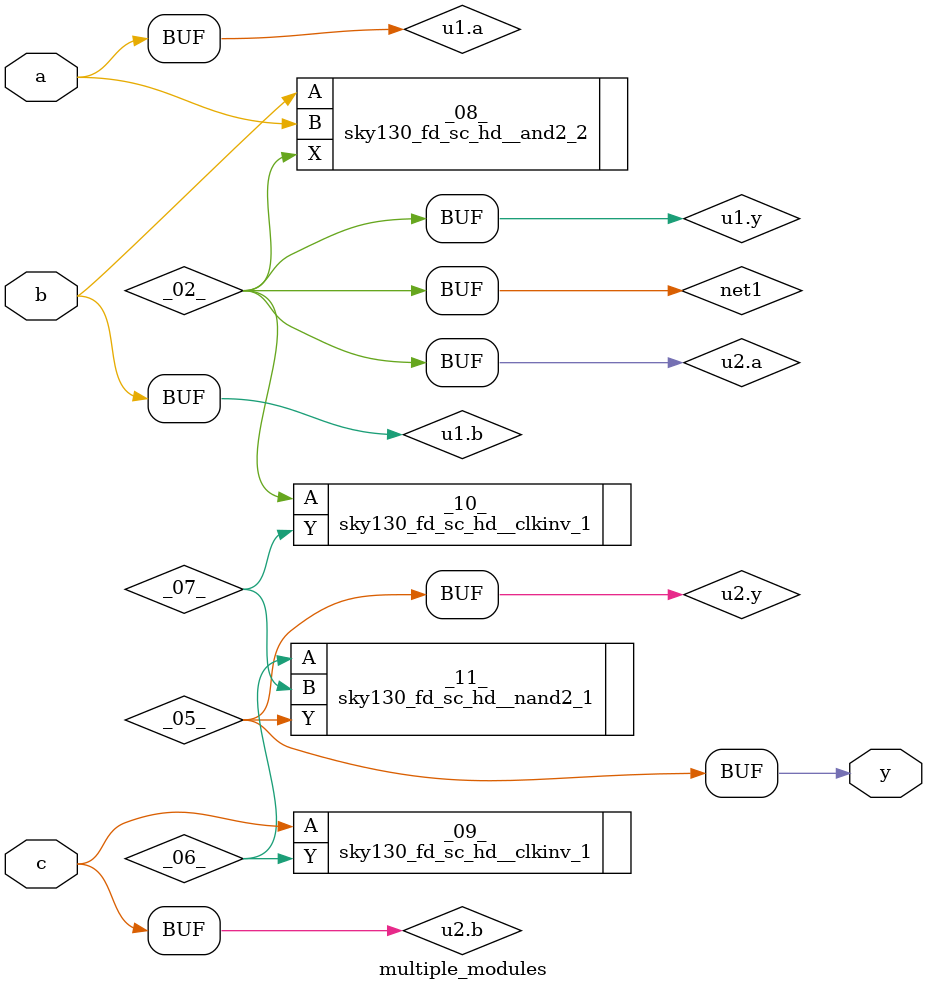
<source format=v>
module multiple_modules(a, b, c, y);
  wire _00_;
  wire _01_;
  wire _02_;
  wire _03_;
  wire _04_;
  wire _05_;
  wire _06_;
  wire _07_;
  input a;
  input b;
  input c;
  wire net1;
  wire \u1.a ;
  wire \u1.b ;
  wire \u1.y ;
  wire \u2.a ;
  wire \u2.b ;
  wire \u2.y ;
  output y;
  sky130_fd_sc_hd__and2_2 _08_ (
    .A(_00_),
    .B(_01_),
    .X(_02_)
  );
  sky130_fd_sc_hd__clkinv_1 _09_ (
    .A(_03_),
    .Y(_06_)
  );
  sky130_fd_sc_hd__clkinv_1 _10_ (
    .A(_04_),
    .Y(_07_)
  );
  sky130_fd_sc_hd__nand2_1 _11_ (
    .A(_06_),
    .B(_07_),
    .Y(_05_)
  );
  assign \u1.a  = a;
  assign \u1.b  = b;
  assign net1 = \u1.y ;
  assign _00_ = \u1.b ;
  assign _01_ = \u1.a ;
  assign \u1.y  = _02_;
  assign \u2.a  = net1;
  assign \u2.b  = c;
  assign y = \u2.y ;
  assign _03_ = \u2.b ;
  assign _04_ = \u2.a ;
  assign \u2.y  = _05_;
endmodule

</source>
